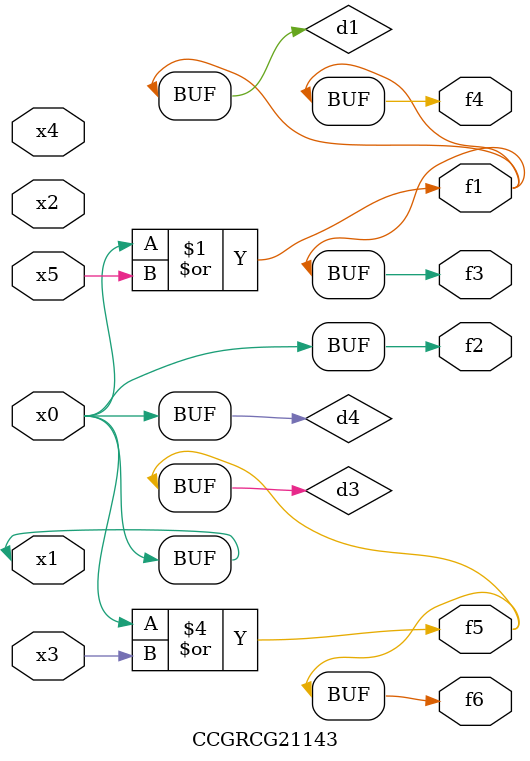
<source format=v>
module CCGRCG21143(
	input x0, x1, x2, x3, x4, x5,
	output f1, f2, f3, f4, f5, f6
);

	wire d1, d2, d3, d4;

	or (d1, x0, x5);
	xnor (d2, x1, x4);
	or (d3, x0, x3);
	buf (d4, x0, x1);
	assign f1 = d1;
	assign f2 = d4;
	assign f3 = d1;
	assign f4 = d1;
	assign f5 = d3;
	assign f6 = d3;
endmodule

</source>
